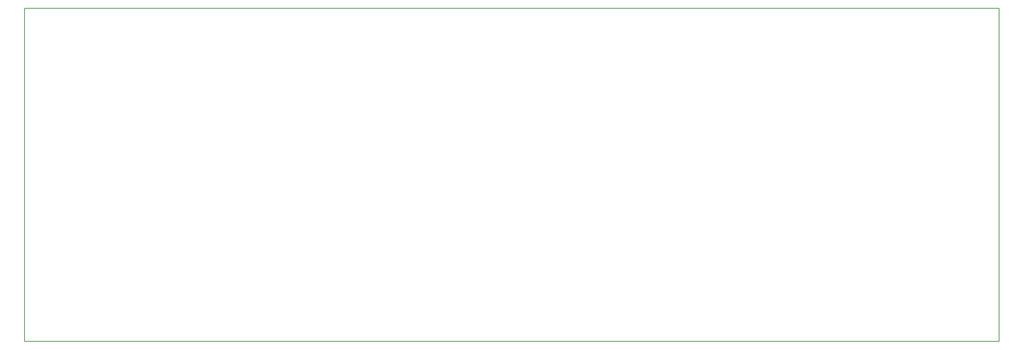
<source format=gbr>
G04 #@! TF.GenerationSoftware,KiCad,Pcbnew,(5.0.1-3-g963ef8bb5)*
G04 #@! TF.CreationDate,2019-04-11T19:17:33+08:00*
G04 #@! TF.ProjectId,keyboard_arduino,6B6579626F6172645F61726475696E6F,a*
G04 #@! TF.SameCoordinates,Original*
G04 #@! TF.FileFunction,Profile,NP*
%FSLAX46Y46*%
G04 Gerber Fmt 4.6, Leading zero omitted, Abs format (unit mm)*
G04 Created by KiCad (PCBNEW (5.0.1-3-g963ef8bb5)) date 2019年04月11日 星期四 07:17:33*
%MOMM*%
%LPD*%
G01*
G04 APERTURE LIST*
%ADD10C,0.150000*%
G04 APERTURE END LIST*
D10*
X265430000Y-34290000D02*
X36830000Y-34290000D01*
X265430000Y-112395000D02*
X265430000Y-34290000D01*
X36830000Y-112395000D02*
X265430000Y-112395000D01*
X36830000Y-34290000D02*
X36830000Y-112395000D01*
M02*

</source>
